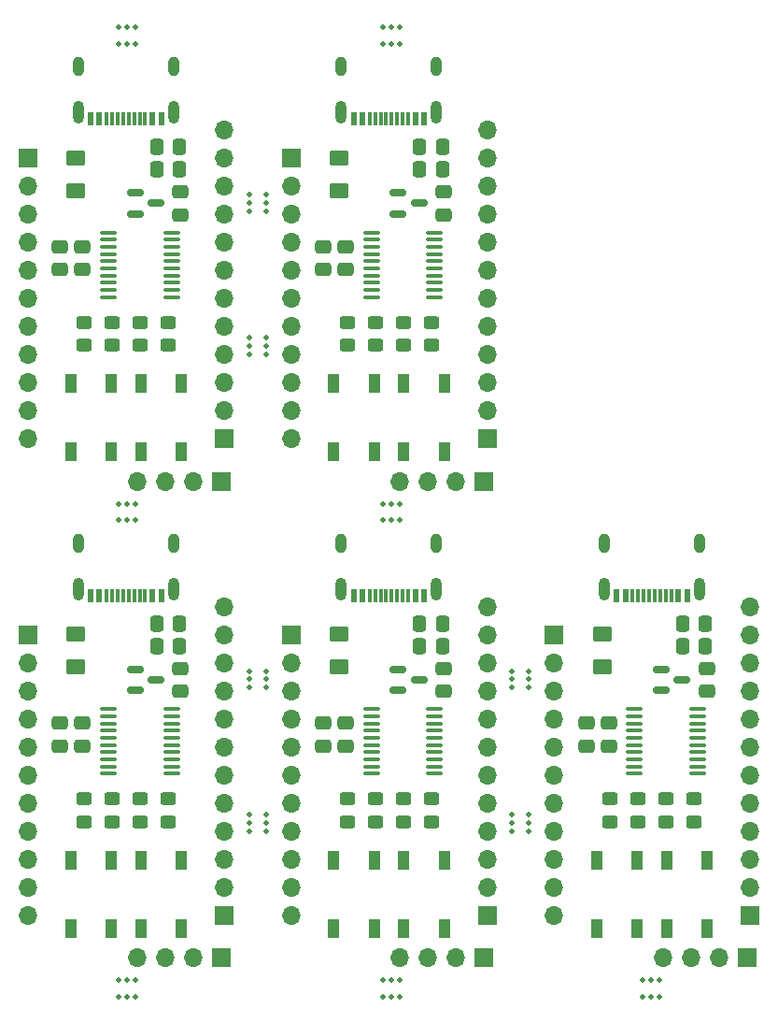
<source format=gbr>
%TF.GenerationSoftware,KiCad,Pcbnew,(6.0.8)*%
%TF.CreationDate,2023-03-28T10:40:47+02:00*%
%TF.ProjectId,Floppy Board v3.0,466c6f70-7079-4204-926f-617264207633,3.0*%
%TF.SameCoordinates,Original*%
%TF.FileFunction,Soldermask,Top*%
%TF.FilePolarity,Negative*%
%FSLAX46Y46*%
G04 Gerber Fmt 4.6, Leading zero omitted, Abs format (unit mm)*
G04 Created by KiCad (PCBNEW (6.0.8)) date 2023-03-28 10:40:47*
%MOMM*%
%LPD*%
G01*
G04 APERTURE LIST*
G04 Aperture macros list*
%AMRoundRect*
0 Rectangle with rounded corners*
0 $1 Rounding radius*
0 $2 $3 $4 $5 $6 $7 $8 $9 X,Y pos of 4 corners*
0 Add a 4 corners polygon primitive as box body*
4,1,4,$2,$3,$4,$5,$6,$7,$8,$9,$2,$3,0*
0 Add four circle primitives for the rounded corners*
1,1,$1+$1,$2,$3*
1,1,$1+$1,$4,$5*
1,1,$1+$1,$6,$7*
1,1,$1+$1,$8,$9*
0 Add four rect primitives between the rounded corners*
20,1,$1+$1,$2,$3,$4,$5,0*
20,1,$1+$1,$4,$5,$6,$7,0*
20,1,$1+$1,$6,$7,$8,$9,0*
20,1,$1+$1,$8,$9,$2,$3,0*%
G04 Aperture macros list end*
%ADD10R,0.600000X1.150000*%
%ADD11R,0.300000X1.150000*%
%ADD12O,1.000000X2.100000*%
%ADD13O,1.000000X1.800000*%
%ADD14C,0.500000*%
%ADD15R,1.700000X1.700000*%
%ADD16O,1.700000X1.700000*%
%ADD17RoundRect,0.250000X0.450000X-0.325000X0.450000X0.325000X-0.450000X0.325000X-0.450000X-0.325000X0*%
%ADD18RoundRect,0.250001X-0.624999X0.462499X-0.624999X-0.462499X0.624999X-0.462499X0.624999X0.462499X0*%
%ADD19RoundRect,0.250000X-0.475000X0.337500X-0.475000X-0.337500X0.475000X-0.337500X0.475000X0.337500X0*%
%ADD20R,1.100000X1.800000*%
%ADD21RoundRect,0.250000X-0.337500X-0.475000X0.337500X-0.475000X0.337500X0.475000X-0.337500X0.475000X0*%
%ADD22RoundRect,0.150000X-0.587500X-0.150000X0.587500X-0.150000X0.587500X0.150000X-0.587500X0.150000X0*%
%ADD23RoundRect,0.100000X-0.637500X-0.100000X0.637500X-0.100000X0.637500X0.100000X-0.637500X0.100000X0*%
G04 APERTURE END LIST*
D10*
%TO.C,J18*%
X149315159Y-102565500D03*
X148515159Y-102565500D03*
D11*
X147865159Y-102565500D03*
X147365159Y-102565500D03*
X146865159Y-102565500D03*
X146365159Y-102565500D03*
X145865159Y-102565500D03*
X145365159Y-102565500D03*
X144865159Y-102565500D03*
X144365159Y-102565500D03*
D10*
X143715159Y-102565500D03*
X142915159Y-102565500D03*
D12*
X141795159Y-101990500D03*
D13*
X150435159Y-97810500D03*
X141795159Y-97810500D03*
D12*
X150435159Y-101990500D03*
%TD*%
D14*
%TO.C,mouse-bite-2mm-slot*%
X134948159Y-66255000D03*
X134948159Y-67005000D03*
X133448159Y-67755000D03*
X133448159Y-67005000D03*
X134948159Y-67755000D03*
X133448159Y-66255000D03*
%TD*%
%TO.C,mouse-bite-2mm-slot*%
X134948159Y-79255000D03*
X134948159Y-80005000D03*
X133448159Y-80755000D03*
X133448159Y-80005000D03*
X134948159Y-80755000D03*
X133448159Y-79255000D03*
%TD*%
%TO.C,mouse-bite-2mm-slot*%
X158792159Y-109403000D03*
X158792159Y-110153000D03*
X157292159Y-110903000D03*
X157292159Y-110153000D03*
X158792159Y-110903000D03*
X157292159Y-109403000D03*
%TD*%
%TO.C,mouse-bite-2mm-slot*%
X158792159Y-122403000D03*
X158792159Y-123153000D03*
X157292159Y-123903000D03*
X157292159Y-123153000D03*
X158792159Y-123903000D03*
X157292159Y-122403000D03*
%TD*%
%TO.C,mouse-bite-2mm-slot*%
X134948159Y-109403000D03*
X134948159Y-110153000D03*
X133448159Y-110903000D03*
X133448159Y-110153000D03*
X134948159Y-110903000D03*
X133448159Y-109403000D03*
%TD*%
%TO.C,mouse-bite-2mm-slot*%
X133448159Y-122403000D03*
X134948159Y-123903000D03*
X133448159Y-123153000D03*
X133448159Y-123903000D03*
X134948159Y-123153000D03*
X134948159Y-122403000D03*
%TD*%
%TO.C,mouse-bite-2mm-slot*%
X170604159Y-138903000D03*
X169854159Y-138903000D03*
X169104159Y-137403000D03*
X169854159Y-137403000D03*
X169104159Y-138903000D03*
X170604159Y-137403000D03*
%TD*%
%TO.C,mouse-bite-2mm-slot*%
X147104159Y-138903000D03*
X146354159Y-138903000D03*
X145604159Y-137403000D03*
X146354159Y-137403000D03*
X145604159Y-138903000D03*
X147104159Y-137403000D03*
%TD*%
%TO.C,mouse-bite-2mm-slot*%
X123104159Y-138903000D03*
X122354159Y-138903000D03*
X121604159Y-137403000D03*
X122354159Y-137403000D03*
X121604159Y-138903000D03*
X123104159Y-137403000D03*
%TD*%
%TO.C,mouse-bite-2mm-slot*%
X147104159Y-52607000D03*
X146354159Y-52607000D03*
X145604159Y-51107000D03*
X146354159Y-51107000D03*
X145604159Y-52607000D03*
X147104159Y-51107000D03*
%TD*%
%TO.C,mouse-bite-2mm-slot*%
X123104159Y-52607000D03*
X122354159Y-52607000D03*
X121604159Y-51107000D03*
X122354159Y-51107000D03*
X121604159Y-52607000D03*
X123104159Y-51107000D03*
%TD*%
%TO.C,mouse-bite-2mm-slot*%
X147104159Y-95755000D03*
X146354159Y-95755000D03*
X145604159Y-94255000D03*
X146354159Y-94255000D03*
X145604159Y-95755000D03*
X147104159Y-94255000D03*
%TD*%
%TO.C,mouse-bite-2mm-slot*%
X123104159Y-95755000D03*
X122354159Y-95755000D03*
X121604159Y-94255000D03*
X122354159Y-94255000D03*
X121604159Y-95755000D03*
X123104159Y-94255000D03*
%TD*%
D15*
%TO.C,J23*%
X161074159Y-106133000D03*
D16*
X161074159Y-108673000D03*
X161074159Y-111213000D03*
X161074159Y-113753000D03*
X161074159Y-116293000D03*
X161074159Y-118833000D03*
X161074159Y-121373000D03*
X161074159Y-123913000D03*
X161074159Y-126453000D03*
X161074159Y-128993000D03*
X161074159Y-131533000D03*
%TD*%
D17*
%TO.C,D40*%
X171234159Y-123033000D03*
X171234159Y-120983000D03*
%TD*%
D10*
%TO.C,J22*%
X173159159Y-102565500D03*
X172359159Y-102565500D03*
D11*
X171709159Y-102565500D03*
X171209159Y-102565500D03*
X170709159Y-102565500D03*
X170209159Y-102565500D03*
X169709159Y-102565500D03*
X169209159Y-102565500D03*
X168709159Y-102565500D03*
X168209159Y-102565500D03*
D10*
X167559159Y-102565500D03*
X166759159Y-102565500D03*
D12*
X165639159Y-101990500D03*
D13*
X174279159Y-97810500D03*
X165639159Y-97810500D03*
D12*
X174279159Y-101990500D03*
%TD*%
D18*
%TO.C,F6*%
X165442959Y-106067900D03*
X165442959Y-109042900D03*
%TD*%
D19*
%TO.C,C55*%
X174917159Y-109159500D03*
X174917159Y-111234500D03*
%TD*%
D17*
%TO.C,D37*%
X166154159Y-123033000D03*
X166154159Y-120983000D03*
%TD*%
D20*
%TO.C,SW12*%
X164939159Y-132728000D03*
X164939159Y-126528000D03*
X168639159Y-132728000D03*
X168639159Y-126528000D03*
%TD*%
D15*
%TO.C,J21*%
X178590159Y-135375000D03*
D16*
X176050159Y-135375000D03*
X173510159Y-135375000D03*
X170970159Y-135375000D03*
%TD*%
D21*
%TO.C,C57*%
X172736659Y-105117000D03*
X174811659Y-105117000D03*
%TD*%
D15*
%TO.C,J24*%
X178854159Y-131533000D03*
D16*
X178854159Y-128993000D03*
X178854159Y-126453000D03*
X178854159Y-123913000D03*
X178854159Y-121373000D03*
X178854159Y-118833000D03*
X178854159Y-116293000D03*
X178854159Y-113753000D03*
X178854159Y-111213000D03*
X178854159Y-108673000D03*
X178854159Y-106133000D03*
X178854159Y-103593000D03*
%TD*%
D22*
%TO.C,U23*%
X170804659Y-109247000D03*
X170804659Y-111147000D03*
X172679659Y-110197000D03*
%TD*%
D21*
%TO.C,C58*%
X172736659Y-107149000D03*
X174811659Y-107149000D03*
%TD*%
D17*
%TO.C,D38*%
X173774159Y-123033000D03*
X173774159Y-120983000D03*
%TD*%
D23*
%TO.C,U21*%
X168371659Y-112860000D03*
X168371659Y-113510000D03*
X168371659Y-114160000D03*
X168371659Y-114810000D03*
X168371659Y-115460000D03*
X168371659Y-116110000D03*
X168371659Y-116760000D03*
X168371659Y-117410000D03*
X168371659Y-118060000D03*
X168371659Y-118710000D03*
X174096659Y-118710000D03*
X174096659Y-118060000D03*
X174096659Y-117410000D03*
X174096659Y-116760000D03*
X174096659Y-116110000D03*
X174096659Y-115460000D03*
X174096659Y-114810000D03*
X174096659Y-114160000D03*
X174096659Y-113510000D03*
X174096659Y-112860000D03*
%TD*%
D19*
%TO.C,C51*%
X163995159Y-114112500D03*
X163995159Y-116187500D03*
%TD*%
%TO.C,C52*%
X166027159Y-114112500D03*
X166027159Y-116187500D03*
%TD*%
D20*
%TO.C,SW11*%
X171289159Y-132728000D03*
X171289159Y-126528000D03*
X174989159Y-132728000D03*
X174989159Y-126528000D03*
%TD*%
D17*
%TO.C,D41*%
X168694159Y-123033000D03*
X168694159Y-120983000D03*
%TD*%
D15*
%TO.C,J19*%
X137230159Y-106133000D03*
D16*
X137230159Y-108673000D03*
X137230159Y-111213000D03*
X137230159Y-113753000D03*
X137230159Y-116293000D03*
X137230159Y-118833000D03*
X137230159Y-121373000D03*
X137230159Y-123913000D03*
X137230159Y-126453000D03*
X137230159Y-128993000D03*
X137230159Y-131533000D03*
%TD*%
D17*
%TO.C,D33*%
X147390159Y-123033000D03*
X147390159Y-120983000D03*
%TD*%
D18*
%TO.C,F5*%
X141598959Y-106067900D03*
X141598959Y-109042900D03*
%TD*%
D19*
%TO.C,C45*%
X151073159Y-109159500D03*
X151073159Y-111234500D03*
%TD*%
D17*
%TO.C,D30*%
X142310159Y-123033000D03*
X142310159Y-120983000D03*
%TD*%
D20*
%TO.C,SW10*%
X141095159Y-132728000D03*
X141095159Y-126528000D03*
X144795159Y-132728000D03*
X144795159Y-126528000D03*
%TD*%
D15*
%TO.C,J17*%
X154746159Y-135375000D03*
D16*
X152206159Y-135375000D03*
X149666159Y-135375000D03*
X147126159Y-135375000D03*
%TD*%
D21*
%TO.C,C47*%
X148892659Y-105117000D03*
X150967659Y-105117000D03*
%TD*%
D15*
%TO.C,J20*%
X155010159Y-131533000D03*
D16*
X155010159Y-128993000D03*
X155010159Y-126453000D03*
X155010159Y-123913000D03*
X155010159Y-121373000D03*
X155010159Y-118833000D03*
X155010159Y-116293000D03*
X155010159Y-113753000D03*
X155010159Y-111213000D03*
X155010159Y-108673000D03*
X155010159Y-106133000D03*
X155010159Y-103593000D03*
%TD*%
D22*
%TO.C,U19*%
X146960659Y-109247000D03*
X146960659Y-111147000D03*
X148835659Y-110197000D03*
%TD*%
D21*
%TO.C,C48*%
X148892659Y-107149000D03*
X150967659Y-107149000D03*
%TD*%
D17*
%TO.C,D31*%
X149930159Y-123033000D03*
X149930159Y-120983000D03*
%TD*%
D23*
%TO.C,U17*%
X144527659Y-112860000D03*
X144527659Y-113510000D03*
X144527659Y-114160000D03*
X144527659Y-114810000D03*
X144527659Y-115460000D03*
X144527659Y-116110000D03*
X144527659Y-116760000D03*
X144527659Y-117410000D03*
X144527659Y-118060000D03*
X144527659Y-118710000D03*
X150252659Y-118710000D03*
X150252659Y-118060000D03*
X150252659Y-117410000D03*
X150252659Y-116760000D03*
X150252659Y-116110000D03*
X150252659Y-115460000D03*
X150252659Y-114810000D03*
X150252659Y-114160000D03*
X150252659Y-113510000D03*
X150252659Y-112860000D03*
%TD*%
D19*
%TO.C,C41*%
X140151159Y-114112500D03*
X140151159Y-116187500D03*
%TD*%
%TO.C,C42*%
X142183159Y-114112500D03*
X142183159Y-116187500D03*
%TD*%
D20*
%TO.C,SW9*%
X147445159Y-132728000D03*
X147445159Y-126528000D03*
X151145159Y-132728000D03*
X151145159Y-126528000D03*
%TD*%
D17*
%TO.C,D34*%
X144850159Y-123033000D03*
X144850159Y-120983000D03*
%TD*%
D15*
%TO.C,J15*%
X113386159Y-106133000D03*
D16*
X113386159Y-108673000D03*
X113386159Y-111213000D03*
X113386159Y-113753000D03*
X113386159Y-116293000D03*
X113386159Y-118833000D03*
X113386159Y-121373000D03*
X113386159Y-123913000D03*
X113386159Y-126453000D03*
X113386159Y-128993000D03*
X113386159Y-131533000D03*
%TD*%
D17*
%TO.C,D26*%
X123546159Y-123033000D03*
X123546159Y-120983000D03*
%TD*%
D10*
%TO.C,J14*%
X125471159Y-102565500D03*
X124671159Y-102565500D03*
D11*
X124021159Y-102565500D03*
X123521159Y-102565500D03*
X123021159Y-102565500D03*
X122521159Y-102565500D03*
X122021159Y-102565500D03*
X121521159Y-102565500D03*
X121021159Y-102565500D03*
X120521159Y-102565500D03*
D10*
X119871159Y-102565500D03*
X119071159Y-102565500D03*
D12*
X117951159Y-101990500D03*
D13*
X126591159Y-97810500D03*
X117951159Y-97810500D03*
D12*
X126591159Y-101990500D03*
%TD*%
D18*
%TO.C,F4*%
X117754959Y-106067900D03*
X117754959Y-109042900D03*
%TD*%
D19*
%TO.C,C35*%
X127229159Y-109159500D03*
X127229159Y-111234500D03*
%TD*%
D17*
%TO.C,D23*%
X118466159Y-123033000D03*
X118466159Y-120983000D03*
%TD*%
D20*
%TO.C,SW8*%
X117251159Y-132728000D03*
X117251159Y-126528000D03*
X120951159Y-132728000D03*
X120951159Y-126528000D03*
%TD*%
D15*
%TO.C,J13*%
X130902159Y-135375000D03*
D16*
X128362159Y-135375000D03*
X125822159Y-135375000D03*
X123282159Y-135375000D03*
%TD*%
D21*
%TO.C,C37*%
X125048659Y-105117000D03*
X127123659Y-105117000D03*
%TD*%
D15*
%TO.C,J16*%
X131166159Y-131533000D03*
D16*
X131166159Y-128993000D03*
X131166159Y-126453000D03*
X131166159Y-123913000D03*
X131166159Y-121373000D03*
X131166159Y-118833000D03*
X131166159Y-116293000D03*
X131166159Y-113753000D03*
X131166159Y-111213000D03*
X131166159Y-108673000D03*
X131166159Y-106133000D03*
X131166159Y-103593000D03*
%TD*%
D22*
%TO.C,U15*%
X123116659Y-109247000D03*
X123116659Y-111147000D03*
X124991659Y-110197000D03*
%TD*%
D21*
%TO.C,C38*%
X125048659Y-107149000D03*
X127123659Y-107149000D03*
%TD*%
D17*
%TO.C,D24*%
X126086159Y-123033000D03*
X126086159Y-120983000D03*
%TD*%
D23*
%TO.C,U13*%
X120683659Y-112860000D03*
X120683659Y-113510000D03*
X120683659Y-114160000D03*
X120683659Y-114810000D03*
X120683659Y-115460000D03*
X120683659Y-116110000D03*
X120683659Y-116760000D03*
X120683659Y-117410000D03*
X120683659Y-118060000D03*
X120683659Y-118710000D03*
X126408659Y-118710000D03*
X126408659Y-118060000D03*
X126408659Y-117410000D03*
X126408659Y-116760000D03*
X126408659Y-116110000D03*
X126408659Y-115460000D03*
X126408659Y-114810000D03*
X126408659Y-114160000D03*
X126408659Y-113510000D03*
X126408659Y-112860000D03*
%TD*%
D19*
%TO.C,C31*%
X116307159Y-114112500D03*
X116307159Y-116187500D03*
%TD*%
%TO.C,C32*%
X118339159Y-114112500D03*
X118339159Y-116187500D03*
%TD*%
D20*
%TO.C,SW7*%
X123601159Y-132728000D03*
X123601159Y-126528000D03*
X127301159Y-132728000D03*
X127301159Y-126528000D03*
%TD*%
D17*
%TO.C,D27*%
X121006159Y-123033000D03*
X121006159Y-120983000D03*
%TD*%
D15*
%TO.C,J7*%
X137230159Y-62985000D03*
D16*
X137230159Y-65525000D03*
X137230159Y-68065000D03*
X137230159Y-70605000D03*
X137230159Y-73145000D03*
X137230159Y-75685000D03*
X137230159Y-78225000D03*
X137230159Y-80765000D03*
X137230159Y-83305000D03*
X137230159Y-85845000D03*
X137230159Y-88385000D03*
%TD*%
D17*
%TO.C,D12*%
X147390159Y-79885000D03*
X147390159Y-77835000D03*
%TD*%
D10*
%TO.C,J6*%
X149315159Y-59417500D03*
X148515159Y-59417500D03*
D11*
X147865159Y-59417500D03*
X147365159Y-59417500D03*
X146865159Y-59417500D03*
X146365159Y-59417500D03*
X145865159Y-59417500D03*
X145365159Y-59417500D03*
X144865159Y-59417500D03*
X144365159Y-59417500D03*
D10*
X143715159Y-59417500D03*
X142915159Y-59417500D03*
D12*
X141795159Y-58842500D03*
D13*
X150435159Y-54662500D03*
X141795159Y-54662500D03*
D12*
X150435159Y-58842500D03*
%TD*%
D18*
%TO.C,F2*%
X141598959Y-62919900D03*
X141598959Y-65894900D03*
%TD*%
D19*
%TO.C,C15*%
X151073159Y-66011500D03*
X151073159Y-68086500D03*
%TD*%
D17*
%TO.C,D9*%
X142310159Y-79885000D03*
X142310159Y-77835000D03*
%TD*%
D20*
%TO.C,SW4*%
X141095159Y-89580000D03*
X141095159Y-83380000D03*
X144795159Y-89580000D03*
X144795159Y-83380000D03*
%TD*%
D15*
%TO.C,J5*%
X154746159Y-92227000D03*
D16*
X152206159Y-92227000D03*
X149666159Y-92227000D03*
X147126159Y-92227000D03*
%TD*%
D21*
%TO.C,C17*%
X148892659Y-61969000D03*
X150967659Y-61969000D03*
%TD*%
D15*
%TO.C,J8*%
X155010159Y-88385000D03*
D16*
X155010159Y-85845000D03*
X155010159Y-83305000D03*
X155010159Y-80765000D03*
X155010159Y-78225000D03*
X155010159Y-75685000D03*
X155010159Y-73145000D03*
X155010159Y-70605000D03*
X155010159Y-68065000D03*
X155010159Y-65525000D03*
X155010159Y-62985000D03*
X155010159Y-60445000D03*
%TD*%
D22*
%TO.C,U7*%
X146960659Y-66099000D03*
X146960659Y-67999000D03*
X148835659Y-67049000D03*
%TD*%
D21*
%TO.C,C18*%
X148892659Y-64001000D03*
X150967659Y-64001000D03*
%TD*%
D17*
%TO.C,D10*%
X149930159Y-79885000D03*
X149930159Y-77835000D03*
%TD*%
D23*
%TO.C,U5*%
X144527659Y-69712000D03*
X144527659Y-70362000D03*
X144527659Y-71012000D03*
X144527659Y-71662000D03*
X144527659Y-72312000D03*
X144527659Y-72962000D03*
X144527659Y-73612000D03*
X144527659Y-74262000D03*
X144527659Y-74912000D03*
X144527659Y-75562000D03*
X150252659Y-75562000D03*
X150252659Y-74912000D03*
X150252659Y-74262000D03*
X150252659Y-73612000D03*
X150252659Y-72962000D03*
X150252659Y-72312000D03*
X150252659Y-71662000D03*
X150252659Y-71012000D03*
X150252659Y-70362000D03*
X150252659Y-69712000D03*
%TD*%
D19*
%TO.C,C11*%
X140151159Y-70964500D03*
X140151159Y-73039500D03*
%TD*%
%TO.C,C12*%
X142183159Y-70964500D03*
X142183159Y-73039500D03*
%TD*%
D20*
%TO.C,SW3*%
X147445159Y-89580000D03*
X147445159Y-83380000D03*
X151145159Y-89580000D03*
X151145159Y-83380000D03*
%TD*%
D17*
%TO.C,D13*%
X144850159Y-79885000D03*
X144850159Y-77835000D03*
%TD*%
%TO.C,D6*%
X121006159Y-79885000D03*
X121006159Y-77835000D03*
%TD*%
D19*
%TO.C,C1*%
X116307159Y-70964500D03*
X116307159Y-73039500D03*
%TD*%
D23*
%TO.C,U1*%
X120683659Y-69712000D03*
X120683659Y-70362000D03*
X120683659Y-71012000D03*
X120683659Y-71662000D03*
X120683659Y-72312000D03*
X120683659Y-72962000D03*
X120683659Y-73612000D03*
X120683659Y-74262000D03*
X120683659Y-74912000D03*
X120683659Y-75562000D03*
X126408659Y-75562000D03*
X126408659Y-74912000D03*
X126408659Y-74262000D03*
X126408659Y-73612000D03*
X126408659Y-72962000D03*
X126408659Y-72312000D03*
X126408659Y-71662000D03*
X126408659Y-71012000D03*
X126408659Y-70362000D03*
X126408659Y-69712000D03*
%TD*%
D17*
%TO.C,D3*%
X126086159Y-79885000D03*
X126086159Y-77835000D03*
%TD*%
D21*
%TO.C,C8*%
X125048659Y-64001000D03*
X127123659Y-64001000D03*
%TD*%
D20*
%TO.C,SW1*%
X123601159Y-89580000D03*
X123601159Y-83380000D03*
X127301159Y-89580000D03*
X127301159Y-83380000D03*
%TD*%
D19*
%TO.C,C2*%
X118339159Y-70964500D03*
X118339159Y-73039500D03*
%TD*%
D20*
%TO.C,SW2*%
X117251159Y-89580000D03*
X117251159Y-83380000D03*
X120951159Y-89580000D03*
X120951159Y-83380000D03*
%TD*%
D19*
%TO.C,C5*%
X127229159Y-66011500D03*
X127229159Y-68086500D03*
%TD*%
D21*
%TO.C,C7*%
X125048659Y-61969000D03*
X127123659Y-61969000D03*
%TD*%
D17*
%TO.C,D2*%
X118466159Y-79885000D03*
X118466159Y-77835000D03*
%TD*%
D22*
%TO.C,U3*%
X123116659Y-66099000D03*
X123116659Y-67999000D03*
X124991659Y-67049000D03*
%TD*%
D17*
%TO.C,D5*%
X123546159Y-79885000D03*
X123546159Y-77835000D03*
%TD*%
D10*
%TO.C,J2*%
X125471159Y-59417500D03*
X124671159Y-59417500D03*
D11*
X124021159Y-59417500D03*
X123521159Y-59417500D03*
X123021159Y-59417500D03*
X122521159Y-59417500D03*
X122021159Y-59417500D03*
X121521159Y-59417500D03*
X121021159Y-59417500D03*
X120521159Y-59417500D03*
D10*
X119871159Y-59417500D03*
X119071159Y-59417500D03*
D12*
X117951159Y-58842500D03*
D13*
X126591159Y-54662500D03*
X117951159Y-54662500D03*
D12*
X126591159Y-58842500D03*
%TD*%
D15*
%TO.C,J1*%
X130902159Y-92227000D03*
D16*
X128362159Y-92227000D03*
X125822159Y-92227000D03*
X123282159Y-92227000D03*
%TD*%
D18*
%TO.C,F1*%
X117754959Y-62919900D03*
X117754959Y-65894900D03*
%TD*%
D15*
%TO.C,J4*%
X131166159Y-88385000D03*
D16*
X131166159Y-85845000D03*
X131166159Y-83305000D03*
X131166159Y-80765000D03*
X131166159Y-78225000D03*
X131166159Y-75685000D03*
X131166159Y-73145000D03*
X131166159Y-70605000D03*
X131166159Y-68065000D03*
X131166159Y-65525000D03*
X131166159Y-62985000D03*
X131166159Y-60445000D03*
%TD*%
D15*
%TO.C,J3*%
X113386159Y-62985000D03*
D16*
X113386159Y-65525000D03*
X113386159Y-68065000D03*
X113386159Y-70605000D03*
X113386159Y-73145000D03*
X113386159Y-75685000D03*
X113386159Y-78225000D03*
X113386159Y-80765000D03*
X113386159Y-83305000D03*
X113386159Y-85845000D03*
X113386159Y-88385000D03*
%TD*%
M02*

</source>
